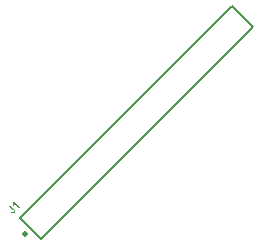
<source format=gto>
%FSLAX33Y33*%
%MOMM*%
%ADD10C,0.15*%
%ADD11C,0.5*%
D10*
%LNtop silkscreen_traces*%
%LNtop silkscreen component f3a27893b55f737a*%
G01*
X34254Y37986D02*
X32486Y39754D01*
X50446Y57714*
X52214Y55946*
X34254Y37986*
D11*
X32928Y38428D03*
G36*
X31709Y40254D02*
X31761Y40322D01*
X31790Y40298D01*
X31816Y40280D01*
X31840Y40269D01*
X31862Y40265D01*
X31882Y40266D01*
X31901Y40272D01*
X31919Y40282D01*
X31937Y40297D01*
X31948Y40310D01*
X31957Y40323D01*
X31964Y40337D01*
X31969Y40352D01*
X31971Y40366D01*
X31970Y40381D01*
X31968Y40395D01*
X31962Y40408D01*
X31954Y40423D01*
X31942Y40439D01*
X31926Y40458D01*
X31906Y40479D01*
X31557Y40827D01*
X31624Y40894D01*
X31969Y40549D01*
X31998Y40518D01*
X32022Y40489D01*
X32040Y40462D01*
X32052Y40436D01*
X32060Y40410D01*
X32063Y40385D01*
X32062Y40360D01*
X32057Y40334D01*
X32047Y40308D01*
X32034Y40284D01*
X32017Y40260D01*
X31997Y40237D01*
X31963Y40208D01*
X31928Y40188D01*
X31893Y40176D01*
X31856Y40174D01*
X31820Y40180D01*
X31783Y40195D01*
X31746Y40220D01*
X31709Y40254D01*
X31709Y40254D01*
X32449Y40707D02*
X32387Y40644D01*
X31991Y41040D01*
X31989Y41018D01*
X31986Y40993D01*
X31981Y40967D01*
X31975Y40939D01*
X31967Y40911D01*
X31959Y40885D01*
X31950Y40862D01*
X31941Y40841D01*
X31881Y40901D01*
X31894Y40939D01*
X31903Y40977D01*
X31909Y41015D01*
X31913Y41052D01*
X31914Y41087D01*
X31912Y41119D01*
X31908Y41149D01*
X31901Y41175D01*
X31941Y41215D01*
X32449Y40707D01*
X32449Y40707D01*
G37*
M02*
</source>
